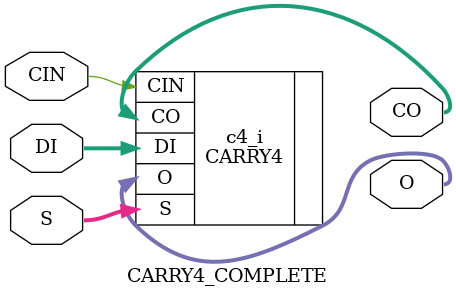
<source format=v>
`include "carry4/carry4.sim.v"

(* ALTERNATIVE_TO="CARRY4_TOP" *)
module CARRY4_COMPLETE(CO, O, CIN, DI, S);

output [3:0] CO;
output [3:0] O;

input wire CIN;
input [3:0] DI;
input [3:0] S;

CARRY4 c4_i(.CO(CO), .O(O), .CIN(CIN), .DI(DI), .S(S));

endmodule

</source>
